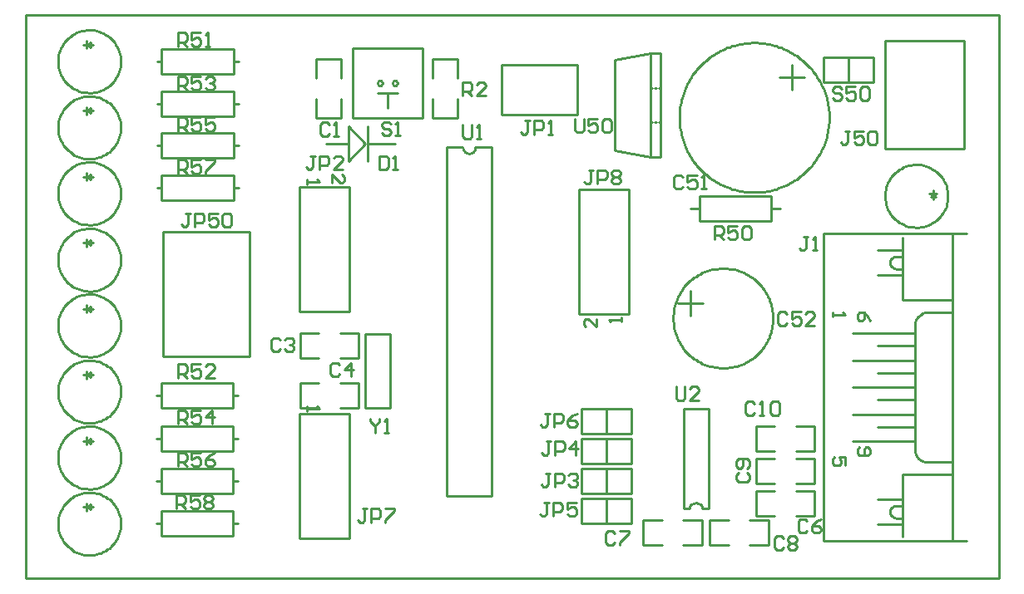
<source format=gto>
%FSLAX23Y23*%
%MOIN*%
G70*
G01*
G75*
%ADD10C,0.015*%
%ADD11O,0.080X0.024*%
%ADD12R,0.120X0.060*%
%ADD13R,0.070X0.070*%
%ADD14R,0.087X0.050*%
%ADD15R,0.083X0.060*%
%ADD16C,0.020*%
%ADD17C,0.016*%
%ADD18C,0.070*%
%ADD19C,0.030*%
%ADD20C,0.040*%
%ADD21C,0.018*%
%ADD22C,0.050*%
%ADD23C,0.080*%
%ADD24C,0.010*%
%ADD25C,0.060*%
%ADD26R,0.060X0.060*%
%ADD27C,0.079*%
%ADD28C,0.079*%
%ADD29C,0.070*%
%ADD30C,0.059*%
%ADD31O,0.060X0.059*%
%ADD32C,0.100*%
%ADD33R,0.100X0.100*%
%ADD34C,0.062*%
%ADD35C,0.197*%
%ADD36R,0.060X0.083*%
%ADD37C,0.012*%
%ADD38C,0.025*%
%ADD39C,0.011*%
D24*
X8531Y6796D02*
Y9056D01*
Y6796D02*
X12371D01*
X8531Y9056D02*
X12371D01*
X8531D02*
X12431D01*
X8531D02*
X12371D01*
X8531Y6796D02*
X12431D01*
X8531D02*
Y9056D01*
X12431Y6796D02*
Y9056D01*
D39*
X11242Y7076D02*
X11240Y7086D01*
X11234Y7094D01*
X11226Y7099D01*
X11217Y7101D01*
X11207Y7099D01*
X11199Y7094D01*
X11193Y7086D01*
X11192Y7076D01*
X10283Y8526D02*
X10284Y8516D01*
X10290Y8508D01*
X10298Y8503D01*
X10308Y8501D01*
X10317Y8503D01*
X10325Y8508D01*
X10331Y8516D01*
X10333Y8526D01*
X9961Y8784D02*
X9956Y8793D01*
X9946D01*
X9941Y8784D01*
X9946Y8775D01*
X9956D01*
X9961Y8784D01*
X10021D02*
X10016Y8793D01*
X10006D01*
X10001Y8784D01*
X10006Y8775D01*
X10016D01*
X10021Y8784D01*
X12145Y7864D02*
X12135Y7863D01*
X12125Y7860D01*
X12117Y7855D01*
X12109Y7849D01*
X12103Y7841D01*
X12098Y7833D01*
X12095Y7823D01*
X12095Y7814D01*
Y7314D02*
X12095Y7304D01*
X12098Y7295D01*
X12103Y7286D01*
X12109Y7278D01*
X12117Y7272D01*
X12125Y7267D01*
X12135Y7265D01*
X12145Y7264D01*
X12020Y8089D02*
X12010Y8087D01*
X12002Y8081D01*
X11996Y8073D01*
X11995Y8064D01*
X11996Y8054D01*
X12002Y8046D01*
X12010Y8041D01*
X12020Y8039D01*
Y7089D02*
X12010Y7087D01*
X12002Y7081D01*
X11996Y7073D01*
X11995Y7064D01*
X11996Y7054D01*
X12002Y7046D01*
X12010Y7041D01*
X12020Y7039D01*
X8912Y7016D02*
X8912Y7026D01*
X8911Y7036D01*
X8909Y7046D01*
X8906Y7055D01*
X8903Y7065D01*
X8898Y7074D01*
X8893Y7083D01*
X8888Y7091D01*
X8882Y7099D01*
X8875Y7106D01*
X8867Y7113D01*
X8859Y7119D01*
X8851Y7124D01*
X8842Y7129D01*
X8833Y7133D01*
X8824Y7136D01*
X8814Y7139D01*
X8804Y7141D01*
X8794Y7142D01*
X8784Y7142D01*
X8774Y7141D01*
X8764Y7140D01*
X8754Y7138D01*
X8745Y7135D01*
X8735Y7131D01*
X8726Y7127D01*
X8718Y7122D01*
X8710Y7116D01*
X8702Y7109D01*
X8695Y7102D01*
X8688Y7095D01*
X8682Y7087D01*
X8677Y7078D01*
X8672Y7069D01*
X8669Y7060D01*
X8665Y7051D01*
X8663Y7041D01*
X8661Y7031D01*
X8661Y7021D01*
Y7011D01*
X8661Y7001D01*
X8663Y6991D01*
X8665Y6981D01*
X8669Y6972D01*
X8672Y6963D01*
X8677Y6954D01*
X8682Y6945D01*
X8688Y6937D01*
X8695Y6930D01*
X8702Y6923D01*
X8710Y6916D01*
X8718Y6910D01*
X8726Y6905D01*
X8735Y6901D01*
X8745Y6897D01*
X8754Y6894D01*
X8764Y6892D01*
X8774Y6891D01*
X8784Y6890D01*
X8794Y6890D01*
X8804Y6891D01*
X8814Y6893D01*
X8824Y6896D01*
X8833Y6899D01*
X8842Y6903D01*
X8851Y6908D01*
X8859Y6913D01*
X8867Y6919D01*
X8875Y6926D01*
X8882Y6933D01*
X8888Y6941D01*
X8893Y6949D01*
X8898Y6958D01*
X8903Y6967D01*
X8906Y6977D01*
X8909Y6986D01*
X8911Y6996D01*
X8912Y7006D01*
X8912Y7016D01*
Y8075D02*
X8912Y8085D01*
X8911Y8095D01*
X8909Y8105D01*
X8906Y8114D01*
X8903Y8124D01*
X8898Y8133D01*
X8893Y8142D01*
X8888Y8150D01*
X8882Y8158D01*
X8875Y8165D01*
X8867Y8172D01*
X8859Y8178D01*
X8851Y8183D01*
X8842Y8188D01*
X8833Y8192D01*
X8824Y8195D01*
X8814Y8198D01*
X8804Y8200D01*
X8794Y8201D01*
X8784Y8201D01*
X8774Y8200D01*
X8764Y8199D01*
X8754Y8197D01*
X8745Y8194D01*
X8735Y8190D01*
X8726Y8186D01*
X8718Y8181D01*
X8710Y8175D01*
X8702Y8168D01*
X8695Y8161D01*
X8688Y8154D01*
X8682Y8146D01*
X8677Y8137D01*
X8672Y8128D01*
X8669Y8119D01*
X8665Y8110D01*
X8663Y8100D01*
X8661Y8090D01*
X8661Y8080D01*
Y8070D01*
X8661Y8060D01*
X8663Y8050D01*
X8665Y8040D01*
X8669Y8031D01*
X8672Y8022D01*
X8677Y8013D01*
X8682Y8004D01*
X8688Y7996D01*
X8695Y7989D01*
X8702Y7982D01*
X8710Y7975D01*
X8718Y7969D01*
X8726Y7964D01*
X8735Y7960D01*
X8745Y7956D01*
X8754Y7953D01*
X8764Y7951D01*
X8774Y7950D01*
X8784Y7949D01*
X8794Y7949D01*
X8804Y7950D01*
X8814Y7952D01*
X8824Y7955D01*
X8833Y7958D01*
X8842Y7962D01*
X8851Y7967D01*
X8859Y7972D01*
X8867Y7978D01*
X8875Y7985D01*
X8882Y7992D01*
X8888Y8000D01*
X8893Y8008D01*
X8898Y8017D01*
X8903Y8026D01*
X8906Y8036D01*
X8909Y8045D01*
X8911Y8055D01*
X8912Y8065D01*
X8912Y8075D01*
Y7281D02*
X8912Y7291D01*
X8911Y7301D01*
X8909Y7311D01*
X8906Y7320D01*
X8903Y7330D01*
X8898Y7339D01*
X8893Y7348D01*
X8888Y7356D01*
X8882Y7364D01*
X8875Y7371D01*
X8867Y7378D01*
X8859Y7384D01*
X8851Y7389D01*
X8842Y7394D01*
X8833Y7398D01*
X8824Y7401D01*
X8814Y7404D01*
X8804Y7406D01*
X8794Y7407D01*
X8784Y7407D01*
X8774Y7406D01*
X8764Y7405D01*
X8754Y7403D01*
X8745Y7400D01*
X8735Y7396D01*
X8726Y7392D01*
X8718Y7387D01*
X8710Y7381D01*
X8702Y7374D01*
X8695Y7367D01*
X8688Y7360D01*
X8682Y7352D01*
X8677Y7343D01*
X8672Y7334D01*
X8669Y7325D01*
X8665Y7316D01*
X8663Y7306D01*
X8661Y7296D01*
X8661Y7286D01*
Y7276D01*
X8661Y7266D01*
X8663Y7256D01*
X8665Y7246D01*
X8669Y7237D01*
X8672Y7228D01*
X8677Y7219D01*
X8682Y7210D01*
X8688Y7202D01*
X8695Y7195D01*
X8702Y7188D01*
X8710Y7181D01*
X8718Y7175D01*
X8726Y7170D01*
X8735Y7166D01*
X8745Y7162D01*
X8754Y7159D01*
X8764Y7157D01*
X8774Y7156D01*
X8784Y7155D01*
X8794Y7155D01*
X8804Y7156D01*
X8814Y7158D01*
X8824Y7161D01*
X8833Y7164D01*
X8842Y7168D01*
X8851Y7173D01*
X8859Y7178D01*
X8867Y7184D01*
X8875Y7191D01*
X8882Y7198D01*
X8888Y7206D01*
X8893Y7214D01*
X8898Y7223D01*
X8903Y7232D01*
X8906Y7242D01*
X8909Y7251D01*
X8911Y7261D01*
X8912Y7271D01*
X8912Y7281D01*
Y8341D02*
X8912Y8351D01*
X8911Y8361D01*
X8909Y8371D01*
X8906Y8380D01*
X8903Y8390D01*
X8898Y8399D01*
X8893Y8408D01*
X8888Y8416D01*
X8882Y8424D01*
X8875Y8431D01*
X8867Y8438D01*
X8859Y8444D01*
X8851Y8449D01*
X8842Y8454D01*
X8833Y8458D01*
X8824Y8461D01*
X8814Y8464D01*
X8804Y8466D01*
X8794Y8467D01*
X8784Y8467D01*
X8774Y8466D01*
X8764Y8465D01*
X8754Y8463D01*
X8745Y8460D01*
X8735Y8456D01*
X8726Y8452D01*
X8718Y8447D01*
X8710Y8441D01*
X8702Y8434D01*
X8695Y8427D01*
X8688Y8420D01*
X8682Y8412D01*
X8677Y8403D01*
X8672Y8394D01*
X8669Y8385D01*
X8665Y8376D01*
X8663Y8366D01*
X8661Y8356D01*
X8661Y8346D01*
Y8336D01*
X8661Y8326D01*
X8663Y8316D01*
X8665Y8306D01*
X8669Y8297D01*
X8672Y8288D01*
X8677Y8279D01*
X8682Y8270D01*
X8688Y8262D01*
X8695Y8255D01*
X8702Y8248D01*
X8710Y8241D01*
X8718Y8235D01*
X8726Y8230D01*
X8735Y8226D01*
X8745Y8222D01*
X8754Y8219D01*
X8764Y8217D01*
X8774Y8216D01*
X8784Y8215D01*
X8794Y8215D01*
X8804Y8216D01*
X8814Y8218D01*
X8824Y8221D01*
X8833Y8224D01*
X8842Y8228D01*
X8851Y8233D01*
X8859Y8238D01*
X8867Y8244D01*
X8875Y8251D01*
X8882Y8258D01*
X8888Y8266D01*
X8893Y8274D01*
X8898Y8283D01*
X8903Y8292D01*
X8906Y8302D01*
X8909Y8311D01*
X8911Y8321D01*
X8912Y8331D01*
X8912Y8341D01*
Y7546D02*
X8912Y7556D01*
X8911Y7566D01*
X8909Y7576D01*
X8906Y7585D01*
X8903Y7595D01*
X8898Y7604D01*
X8893Y7613D01*
X8888Y7621D01*
X8882Y7629D01*
X8875Y7636D01*
X8867Y7643D01*
X8859Y7649D01*
X8851Y7654D01*
X8842Y7659D01*
X8833Y7663D01*
X8824Y7666D01*
X8814Y7669D01*
X8804Y7671D01*
X8794Y7672D01*
X8784Y7672D01*
X8774Y7671D01*
X8764Y7670D01*
X8754Y7668D01*
X8745Y7665D01*
X8735Y7661D01*
X8726Y7657D01*
X8718Y7652D01*
X8710Y7646D01*
X8702Y7639D01*
X8695Y7632D01*
X8688Y7625D01*
X8682Y7617D01*
X8677Y7608D01*
X8672Y7599D01*
X8669Y7590D01*
X8665Y7581D01*
X8663Y7571D01*
X8661Y7561D01*
X8661Y7551D01*
Y7541D01*
X8661Y7531D01*
X8663Y7521D01*
X8665Y7511D01*
X8669Y7502D01*
X8672Y7493D01*
X8677Y7484D01*
X8682Y7475D01*
X8688Y7467D01*
X8695Y7460D01*
X8702Y7453D01*
X8710Y7446D01*
X8718Y7440D01*
X8726Y7435D01*
X8735Y7431D01*
X8745Y7427D01*
X8754Y7424D01*
X8764Y7422D01*
X8774Y7421D01*
X8784Y7420D01*
X8794Y7420D01*
X8804Y7421D01*
X8814Y7423D01*
X8824Y7426D01*
X8833Y7429D01*
X8842Y7433D01*
X8851Y7438D01*
X8859Y7443D01*
X8867Y7449D01*
X8875Y7456D01*
X8882Y7463D01*
X8888Y7471D01*
X8893Y7479D01*
X8898Y7488D01*
X8903Y7497D01*
X8906Y7507D01*
X8909Y7516D01*
X8911Y7526D01*
X8912Y7536D01*
X8912Y7546D01*
Y8606D02*
X8912Y8616D01*
X8911Y8626D01*
X8909Y8636D01*
X8906Y8645D01*
X8903Y8655D01*
X8898Y8664D01*
X8893Y8673D01*
X8888Y8681D01*
X8882Y8689D01*
X8875Y8696D01*
X8867Y8703D01*
X8859Y8709D01*
X8851Y8714D01*
X8842Y8719D01*
X8833Y8723D01*
X8824Y8726D01*
X8814Y8729D01*
X8804Y8731D01*
X8794Y8732D01*
X8784Y8732D01*
X8774Y8731D01*
X8764Y8730D01*
X8754Y8728D01*
X8745Y8725D01*
X8735Y8721D01*
X8726Y8717D01*
X8718Y8712D01*
X8710Y8706D01*
X8702Y8699D01*
X8695Y8692D01*
X8688Y8685D01*
X8682Y8677D01*
X8677Y8668D01*
X8672Y8659D01*
X8669Y8650D01*
X8665Y8641D01*
X8663Y8631D01*
X8661Y8621D01*
X8661Y8611D01*
Y8601D01*
X8661Y8591D01*
X8663Y8581D01*
X8665Y8571D01*
X8669Y8562D01*
X8672Y8553D01*
X8677Y8544D01*
X8682Y8535D01*
X8688Y8527D01*
X8695Y8520D01*
X8702Y8513D01*
X8710Y8506D01*
X8718Y8500D01*
X8726Y8495D01*
X8735Y8491D01*
X8745Y8487D01*
X8754Y8484D01*
X8764Y8482D01*
X8774Y8481D01*
X8784Y8480D01*
X8794Y8480D01*
X8804Y8481D01*
X8814Y8483D01*
X8824Y8486D01*
X8833Y8489D01*
X8842Y8493D01*
X8851Y8498D01*
X8859Y8503D01*
X8867Y8509D01*
X8875Y8516D01*
X8882Y8523D01*
X8888Y8531D01*
X8893Y8539D01*
X8898Y8548D01*
X8903Y8557D01*
X8906Y8567D01*
X8909Y8576D01*
X8911Y8586D01*
X8912Y8596D01*
X8912Y8606D01*
Y7811D02*
X8912Y7821D01*
X8911Y7831D01*
X8909Y7841D01*
X8906Y7850D01*
X8903Y7860D01*
X8898Y7869D01*
X8893Y7878D01*
X8888Y7886D01*
X8882Y7894D01*
X8875Y7901D01*
X8867Y7908D01*
X8859Y7914D01*
X8851Y7919D01*
X8842Y7924D01*
X8833Y7928D01*
X8824Y7931D01*
X8814Y7934D01*
X8804Y7936D01*
X8794Y7937D01*
X8784Y7937D01*
X8774Y7936D01*
X8764Y7935D01*
X8754Y7933D01*
X8745Y7930D01*
X8735Y7926D01*
X8726Y7922D01*
X8718Y7917D01*
X8710Y7911D01*
X8702Y7904D01*
X8695Y7897D01*
X8688Y7890D01*
X8682Y7882D01*
X8677Y7873D01*
X8672Y7864D01*
X8669Y7855D01*
X8665Y7846D01*
X8663Y7836D01*
X8661Y7826D01*
X8661Y7816D01*
Y7806D01*
X8661Y7796D01*
X8663Y7786D01*
X8665Y7776D01*
X8669Y7767D01*
X8672Y7758D01*
X8677Y7749D01*
X8682Y7740D01*
X8688Y7732D01*
X8695Y7725D01*
X8702Y7718D01*
X8710Y7711D01*
X8718Y7705D01*
X8726Y7700D01*
X8735Y7696D01*
X8745Y7692D01*
X8754Y7689D01*
X8764Y7687D01*
X8774Y7686D01*
X8784Y7685D01*
X8794Y7685D01*
X8804Y7686D01*
X8814Y7688D01*
X8824Y7691D01*
X8833Y7694D01*
X8842Y7698D01*
X8851Y7703D01*
X8859Y7708D01*
X8867Y7714D01*
X8875Y7721D01*
X8882Y7728D01*
X8888Y7736D01*
X8893Y7744D01*
X8898Y7753D01*
X8903Y7762D01*
X8906Y7772D01*
X8909Y7781D01*
X8911Y7791D01*
X8912Y7801D01*
X8912Y7811D01*
Y8871D02*
X8912Y8881D01*
X8911Y8891D01*
X8909Y8901D01*
X8906Y8910D01*
X8903Y8920D01*
X8898Y8929D01*
X8893Y8938D01*
X8888Y8946D01*
X8882Y8954D01*
X8875Y8961D01*
X8867Y8968D01*
X8859Y8974D01*
X8851Y8979D01*
X8842Y8984D01*
X8833Y8988D01*
X8824Y8991D01*
X8814Y8994D01*
X8804Y8996D01*
X8794Y8997D01*
X8784Y8997D01*
X8774Y8996D01*
X8764Y8995D01*
X8754Y8993D01*
X8745Y8990D01*
X8735Y8986D01*
X8726Y8982D01*
X8718Y8977D01*
X8710Y8971D01*
X8702Y8964D01*
X8695Y8957D01*
X8688Y8950D01*
X8682Y8942D01*
X8677Y8933D01*
X8672Y8924D01*
X8669Y8915D01*
X8665Y8906D01*
X8663Y8896D01*
X8661Y8886D01*
X8661Y8876D01*
Y8866D01*
X8661Y8856D01*
X8663Y8846D01*
X8665Y8836D01*
X8669Y8827D01*
X8672Y8818D01*
X8677Y8809D01*
X8682Y8800D01*
X8688Y8792D01*
X8695Y8785D01*
X8702Y8778D01*
X8710Y8771D01*
X8718Y8765D01*
X8726Y8760D01*
X8735Y8756D01*
X8745Y8752D01*
X8754Y8749D01*
X8764Y8747D01*
X8774Y8746D01*
X8784Y8745D01*
X8794Y8745D01*
X8804Y8746D01*
X8814Y8748D01*
X8824Y8751D01*
X8833Y8754D01*
X8842Y8758D01*
X8851Y8763D01*
X8859Y8768D01*
X8867Y8774D01*
X8875Y8781D01*
X8882Y8788D01*
X8888Y8796D01*
X8893Y8804D01*
X8898Y8813D01*
X8903Y8822D01*
X8906Y8832D01*
X8909Y8841D01*
X8911Y8851D01*
X8912Y8861D01*
X8912Y8871D01*
X12226Y8331D02*
X12226Y8341D01*
X12225Y8351D01*
X12223Y8361D01*
X12220Y8370D01*
X12217Y8380D01*
X12212Y8389D01*
X12207Y8398D01*
X12202Y8406D01*
X12196Y8414D01*
X12189Y8421D01*
X12181Y8428D01*
X12173Y8434D01*
X12165Y8439D01*
X12156Y8444D01*
X12147Y8448D01*
X12138Y8451D01*
X12128Y8454D01*
X12118Y8456D01*
X12108Y8457D01*
X12098Y8457D01*
X12088Y8456D01*
X12078Y8455D01*
X12068Y8453D01*
X12059Y8450D01*
X12049Y8446D01*
X12040Y8442D01*
X12032Y8437D01*
X12024Y8431D01*
X12016Y8424D01*
X12009Y8417D01*
X12002Y8410D01*
X11996Y8402D01*
X11991Y8393D01*
X11986Y8384D01*
X11983Y8375D01*
X11979Y8366D01*
X11977Y8356D01*
X11975Y8346D01*
X11975Y8336D01*
Y8326D01*
X11975Y8316D01*
X11977Y8306D01*
X11979Y8296D01*
X11983Y8287D01*
X11986Y8278D01*
X11991Y8269D01*
X11996Y8260D01*
X12002Y8252D01*
X12009Y8245D01*
X12016Y8238D01*
X12024Y8231D01*
X12032Y8225D01*
X12040Y8220D01*
X12049Y8216D01*
X12059Y8212D01*
X12068Y8209D01*
X12078Y8207D01*
X12088Y8206D01*
X12098Y8205D01*
X12108Y8205D01*
X12118Y8206D01*
X12128Y8208D01*
X12138Y8211D01*
X12147Y8214D01*
X12156Y8218D01*
X12165Y8223D01*
X12173Y8228D01*
X12181Y8234D01*
X12189Y8241D01*
X12196Y8248D01*
X12202Y8256D01*
X12207Y8264D01*
X12212Y8273D01*
X12217Y8282D01*
X12220Y8292D01*
X12223Y8301D01*
X12225Y8311D01*
X12226Y8321D01*
X12226Y8331D01*
X11526Y7841D02*
X11525Y7851D01*
X11525Y7861D01*
X11523Y7871D01*
X11522Y7881D01*
X11519Y7890D01*
X11517Y7900D01*
X11513Y7909D01*
X11510Y7919D01*
X11506Y7928D01*
X11501Y7937D01*
X11496Y7945D01*
X11491Y7954D01*
X11485Y7962D01*
X11479Y7970D01*
X11472Y7977D01*
X11465Y7984D01*
X11458Y7991D01*
X11450Y7997D01*
X11442Y8003D01*
X11434Y8009D01*
X11426Y8014D01*
X11417Y8019D01*
X11408Y8023D01*
X11399Y8027D01*
X11389Y8031D01*
X11380Y8034D01*
X11370Y8036D01*
X11360Y8038D01*
X11350Y8039D01*
X11340Y8040D01*
X11330Y8041D01*
X11321D01*
X11311Y8040D01*
X11301Y8039D01*
X11291Y8038D01*
X11281Y8036D01*
X11271Y8034D01*
X11262Y8031D01*
X11252Y8027D01*
X11243Y8023D01*
X11234Y8019D01*
X11226Y8014D01*
X11217Y8009D01*
X11209Y8003D01*
X11201Y7997D01*
X11193Y7991D01*
X11186Y7984D01*
X11179Y7977D01*
X11172Y7970D01*
X11166Y7962D01*
X11160Y7954D01*
X11155Y7945D01*
X11150Y7937D01*
X11145Y7928D01*
X11141Y7919D01*
X11138Y7909D01*
X11134Y7900D01*
X11132Y7890D01*
X11129Y7881D01*
X11128Y7871D01*
X11127Y7861D01*
X11126Y7851D01*
X11126Y7841D01*
X11126Y7831D01*
X11127Y7821D01*
X11128Y7811D01*
X11129Y7801D01*
X11132Y7792D01*
X11134Y7782D01*
X11138Y7773D01*
X11141Y7763D01*
X11145Y7754D01*
X11150Y7745D01*
X11155Y7737D01*
X11160Y7728D01*
X11166Y7720D01*
X11172Y7712D01*
X11179Y7705D01*
X11186Y7698D01*
X11193Y7691D01*
X11201Y7685D01*
X11209Y7679D01*
X11217Y7673D01*
X11226Y7668D01*
X11234Y7663D01*
X11243Y7659D01*
X11252Y7655D01*
X11262Y7651D01*
X11271Y7648D01*
X11281Y7646D01*
X11291Y7644D01*
X11301Y7643D01*
X11311Y7642D01*
X11321Y7641D01*
X11330D01*
X11340Y7642D01*
X11350Y7643D01*
X11360Y7644D01*
X11370Y7646D01*
X11380Y7648D01*
X11389Y7651D01*
X11399Y7655D01*
X11408Y7659D01*
X11417Y7663D01*
X11426Y7668D01*
X11434Y7673D01*
X11442Y7679D01*
X11450Y7685D01*
X11458Y7691D01*
X11465Y7698D01*
X11472Y7705D01*
X11479Y7712D01*
X11485Y7720D01*
X11491Y7728D01*
X11496Y7737D01*
X11501Y7745D01*
X11506Y7754D01*
X11510Y7763D01*
X11513Y7773D01*
X11517Y7782D01*
X11519Y7792D01*
X11522Y7801D01*
X11523Y7811D01*
X11525Y7821D01*
X11525Y7831D01*
X11526Y7841D01*
X11751Y8646D02*
X11750Y8656D01*
X11750Y8666D01*
X11749Y8676D01*
X11748Y8686D01*
X11746Y8696D01*
X11744Y8706D01*
X11742Y8716D01*
X11740Y8725D01*
X11737Y8735D01*
X11734Y8744D01*
X11730Y8754D01*
X11727Y8763D01*
X11723Y8772D01*
X11718Y8781D01*
X11714Y8790D01*
X11709Y8799D01*
X11703Y8807D01*
X11698Y8816D01*
X11692Y8824D01*
X11686Y8832D01*
X11680Y8840D01*
X11673Y8847D01*
X11666Y8855D01*
X11659Y8862D01*
X11652Y8869D01*
X11644Y8875D01*
X11636Y8881D01*
X11628Y8888D01*
X11620Y8893D01*
X11612Y8899D01*
X11603Y8904D01*
X11595Y8909D01*
X11586Y8914D01*
X11577Y8918D01*
X11568Y8922D01*
X11558Y8926D01*
X11549Y8929D01*
X11539Y8933D01*
X11530Y8935D01*
X11520Y8938D01*
X11510Y8940D01*
X11500Y8942D01*
X11490Y8943D01*
X11481Y8945D01*
X11471Y8945D01*
X11461Y8946D01*
X11451Y8946D01*
X11440Y8946D01*
X11430Y8945D01*
X11420Y8945D01*
X11411Y8943D01*
X11401Y8942D01*
X11391Y8940D01*
X11381Y8938D01*
X11371Y8935D01*
X11362Y8933D01*
X11352Y8929D01*
X11343Y8926D01*
X11333Y8922D01*
X11324Y8918D01*
X11315Y8914D01*
X11306Y8909D01*
X11298Y8904D01*
X11289Y8899D01*
X11281Y8893D01*
X11273Y8888D01*
X11265Y8881D01*
X11257Y8875D01*
X11249Y8869D01*
X11242Y8862D01*
X11235Y8855D01*
X11228Y8847D01*
X11221Y8840D01*
X11215Y8832D01*
X11209Y8824D01*
X11203Y8816D01*
X11198Y8807D01*
X11192Y8799D01*
X11187Y8790D01*
X11183Y8781D01*
X11178Y8772D01*
X11174Y8763D01*
X11171Y8754D01*
X11167Y8744D01*
X11164Y8735D01*
X11161Y8725D01*
X11159Y8716D01*
X11157Y8706D01*
X11155Y8696D01*
X11153Y8686D01*
X11152Y8676D01*
X11151Y8666D01*
X11151Y8656D01*
X11151Y8646D01*
X11151Y8636D01*
X11151Y8626D01*
X11152Y8616D01*
X11153Y8606D01*
X11155Y8596D01*
X11157Y8586D01*
X11159Y8576D01*
X11161Y8567D01*
X11164Y8557D01*
X11167Y8548D01*
X11171Y8538D01*
X11174Y8529D01*
X11178Y8520D01*
X11183Y8511D01*
X11187Y8502D01*
X11192Y8493D01*
X11198Y8485D01*
X11203Y8476D01*
X11209Y8468D01*
X11215Y8460D01*
X11221Y8452D01*
X11228Y8445D01*
X11235Y8437D01*
X11242Y8430D01*
X11249Y8424D01*
X11257Y8417D01*
X11265Y8411D01*
X11273Y8404D01*
X11281Y8399D01*
X11289Y8393D01*
X11298Y8388D01*
X11306Y8383D01*
X11315Y8378D01*
X11324Y8374D01*
X11333Y8370D01*
X11343Y8366D01*
X11352Y8363D01*
X11362Y8359D01*
X11371Y8357D01*
X11381Y8354D01*
X11391Y8352D01*
X11401Y8350D01*
X11411Y8349D01*
X11420Y8348D01*
X11430Y8347D01*
X11440Y8346D01*
X11451Y8346D01*
X11461Y8346D01*
X11471Y8347D01*
X11481Y8348D01*
X11490Y8349D01*
X11500Y8350D01*
X11510Y8352D01*
X11520Y8354D01*
X11530Y8357D01*
X11539Y8359D01*
X11549Y8363D01*
X11558Y8366D01*
X11568Y8370D01*
X11577Y8374D01*
X11586Y8378D01*
X11595Y8383D01*
X11603Y8388D01*
X11612Y8393D01*
X11620Y8399D01*
X11628Y8404D01*
X11636Y8411D01*
X11644Y8417D01*
X11652Y8424D01*
X11659Y8430D01*
X11666Y8437D01*
X11673Y8445D01*
X11680Y8452D01*
X11686Y8460D01*
X11692Y8468D01*
X11698Y8476D01*
X11703Y8485D01*
X11709Y8493D01*
X11714Y8502D01*
X11718Y8511D01*
X11723Y8520D01*
X11727Y8529D01*
X11730Y8538D01*
X11734Y8548D01*
X11737Y8557D01*
X11740Y8567D01*
X11742Y8576D01*
X11744Y8586D01*
X11746Y8596D01*
X11748Y8606D01*
X11749Y8616D01*
X11750Y8626D01*
X11750Y8636D01*
X11751Y8646D01*
X10948Y7856D02*
Y8356D01*
X10748Y7856D02*
Y8356D01*
Y7856D02*
X10948D01*
X10748Y8356D02*
X10948D01*
X9628Y7866D02*
Y8366D01*
X9828Y7866D02*
Y8366D01*
X9628D02*
X9828D01*
X9628Y7866D02*
X9828D01*
X9893Y7778D02*
X9993D01*
Y7763D02*
Y7778D01*
X9893Y7681D02*
Y7778D01*
X9993Y7681D02*
Y7778D01*
Y7481D02*
Y7681D01*
X9893Y7481D02*
Y7681D01*
Y7481D02*
X9993D01*
X11067Y8629D02*
X11076D01*
X11051D02*
X11059D01*
X11034D02*
X11042D01*
X11034Y8763D02*
X11042D01*
X11051D02*
X11059D01*
X11067D02*
X11076D01*
X11034Y8904D02*
X11076D01*
X10892Y8513D02*
X11034Y8488D01*
X10892Y8513D02*
Y8879D01*
X11034Y8904D01*
Y8488D02*
Y8904D01*
Y8488D02*
X11076D01*
Y8904D01*
X11267Y7076D02*
Y7476D01*
X11167D02*
X11267D01*
X11167Y7076D02*
Y7476D01*
Y7076D02*
X11192D01*
X11242D02*
X11267D01*
X10218Y7126D02*
Y8526D01*
Y7126D02*
X10397D01*
Y8526D01*
X10333D02*
X10397D01*
X10218D02*
X10283D01*
X11827Y8786D02*
Y8886D01*
X11927Y8786D02*
Y8886D01*
X11727Y8786D02*
X11927D01*
X11727D02*
Y8886D01*
X11927D01*
X9981Y8684D02*
Y8744D01*
X9941D02*
X10021D01*
X9841Y8644D02*
X10121D01*
X9841Y8924D02*
X10121D01*
X9841Y8644D02*
Y8924D01*
X10121Y8644D02*
Y8924D01*
X9362Y7018D02*
X9382D01*
X9056D02*
X9074D01*
Y7068D01*
Y6968D02*
Y7018D01*
X9362D02*
Y7068D01*
Y6968D02*
Y7018D01*
X9074Y7068D02*
X9362D01*
X9074Y6968D02*
X9362D01*
X9076Y8314D02*
X9364D01*
X9076Y8414D02*
X9364D01*
Y8314D02*
Y8364D01*
Y8414D01*
X9076Y8314D02*
Y8364D01*
Y8414D01*
X9058Y8364D02*
X9076D01*
X9364D02*
X9384D01*
X9362Y7189D02*
X9382D01*
X9056D02*
X9074D01*
Y7239D01*
Y7139D02*
Y7189D01*
X9362D02*
Y7239D01*
Y7139D02*
Y7189D01*
X9074Y7239D02*
X9362D01*
X9074Y7139D02*
X9362D01*
X9076Y8483D02*
X9364D01*
X9076Y8583D02*
X9364D01*
Y8483D02*
Y8533D01*
Y8583D01*
X9076Y8483D02*
Y8533D01*
Y8583D01*
X9058Y8533D02*
X9076D01*
X9364D02*
X9384D01*
X9362Y7359D02*
X9382D01*
X9056D02*
X9074D01*
Y7409D01*
Y7309D02*
Y7359D01*
X9362D02*
Y7409D01*
Y7309D02*
Y7359D01*
X9074Y7409D02*
X9362D01*
X9074Y7309D02*
X9362D01*
X9076Y8651D02*
X9364D01*
X9076Y8751D02*
X9364D01*
Y8651D02*
Y8701D01*
Y8751D01*
X9076Y8651D02*
Y8701D01*
Y8751D01*
X9058Y8701D02*
X9076D01*
X9364D02*
X9384D01*
X9362Y7530D02*
X9382D01*
X9056D02*
X9074D01*
Y7580D01*
Y7480D02*
Y7530D01*
X9362D02*
Y7580D01*
Y7480D02*
Y7530D01*
X9074Y7580D02*
X9362D01*
X9074Y7480D02*
X9362D01*
X9076Y8820D02*
X9364D01*
X9076Y8920D02*
X9364D01*
Y8820D02*
Y8870D01*
Y8920D01*
X9076Y8820D02*
Y8870D01*
Y8920D01*
X9058Y8870D02*
X9076D01*
X9364D02*
X9384D01*
X11231Y8331D02*
X11519D01*
X11231Y8231D02*
X11519D01*
X11231Y8281D02*
Y8331D01*
Y8231D02*
Y8281D01*
X11519D02*
Y8331D01*
Y8231D02*
Y8281D01*
X11196D02*
X11231D01*
X11519D02*
X11556D01*
X10261Y8805D02*
Y8880D01*
X10161Y8805D02*
Y8880D01*
Y8645D02*
Y8720D01*
X10261Y8645D02*
Y8720D01*
X10161Y8880D02*
X10261D01*
X10161Y8645D02*
X10261D01*
X9082Y7686D02*
X9429D01*
X9082Y8186D02*
X9429D01*
X9082Y7686D02*
Y8186D01*
X9429Y7686D02*
Y8186D01*
X9628Y6956D02*
Y7456D01*
X9828Y6956D02*
Y7456D01*
X9628D02*
X9828D01*
X9628Y6956D02*
X9828D01*
X10858Y7376D02*
Y7476D01*
X10958Y7376D02*
Y7476D01*
X10758Y7376D02*
X10958D01*
X10758D02*
Y7476D01*
X10958D01*
X10858Y7016D02*
Y7116D01*
X10958Y7016D02*
Y7116D01*
X10758Y7016D02*
X10958D01*
X10758D02*
Y7116D01*
X10958D01*
X10858Y7256D02*
Y7356D01*
X10958Y7256D02*
Y7356D01*
X10758Y7256D02*
X10958D01*
X10758D02*
Y7356D01*
X10958D01*
X10858Y7136D02*
Y7236D01*
X10958Y7136D02*
Y7236D01*
X10758Y7136D02*
X10958D01*
X10758D02*
Y7236D01*
X10958D01*
X10439Y8656D02*
Y8856D01*
X10742Y8656D02*
Y8856D01*
X10439Y8656D02*
X10742D01*
X10439Y8856D02*
X10742D01*
X11975Y8954D02*
X12290D01*
X11975Y8521D02*
Y8954D01*
Y8521D02*
X12290D01*
Y8954D01*
X11728Y8180D02*
X12303D01*
X11728Y6947D02*
X12303D01*
X11728D02*
Y8180D01*
X12245Y6947D02*
Y8180D01*
X12145Y7864D02*
X12245D01*
X12095Y7314D02*
Y7814D01*
X12145Y7264D02*
X12245D01*
X12045Y7214D02*
X12245D01*
X12045Y6964D02*
Y7214D01*
Y7914D02*
X12245D01*
X12045D02*
Y8164D01*
X11945Y8114D02*
X12045D01*
X11945Y8014D02*
X12045D01*
X12020Y8089D02*
X12045D01*
X12020Y8039D02*
X12045D01*
X11945Y7114D02*
X12045D01*
X11945Y7014D02*
X12045D01*
X12020Y7089D02*
X12045D01*
X12020Y7039D02*
X12045D01*
X11845Y7780D02*
X12095D01*
X11945Y7730D02*
X12095D01*
X11845Y7672D02*
X12095D01*
X11945Y7622D02*
X12095D01*
X11845Y7564D02*
X12095D01*
X11945Y7514D02*
X12095D01*
X11845Y7455D02*
X12095D01*
X11945Y7405D02*
X12095D01*
X11845Y7347D02*
X12095D01*
X8780Y7084D02*
X8790Y7094D01*
X8780Y7084D02*
X8790Y7074D01*
Y7094D01*
X8775Y7068D02*
Y7099D01*
X8763Y7084D02*
X8780D01*
X8775D02*
X8801D01*
X8775Y8143D02*
X8801D01*
X8763D02*
X8780D01*
X8775Y8127D02*
Y8158D01*
X8790Y8133D02*
Y8153D01*
X8780Y8143D02*
X8790Y8133D01*
X8780Y8143D02*
X8790Y8153D01*
X8780Y7349D02*
X8790Y7359D01*
X8780Y7349D02*
X8790Y7339D01*
Y7359D01*
X8775Y7333D02*
Y7364D01*
X8763Y7349D02*
X8780D01*
X8775D02*
X8801D01*
X8775Y8409D02*
X8801D01*
X8763D02*
X8780D01*
X8775Y8393D02*
Y8424D01*
X8790Y8399D02*
Y8419D01*
X8780Y8409D02*
X8790Y8399D01*
X8780Y8409D02*
X8790Y8419D01*
X8780Y7614D02*
X8790Y7624D01*
X8780Y7614D02*
X8790Y7604D01*
Y7624D01*
X8775Y7598D02*
Y7629D01*
X8763Y7614D02*
X8780D01*
X8775D02*
X8801D01*
X8775Y8674D02*
X8801D01*
X8763D02*
X8780D01*
X8775Y8658D02*
Y8689D01*
X8790Y8664D02*
Y8684D01*
X8780Y8674D02*
X8790Y8664D01*
X8780Y8674D02*
X8790Y8684D01*
X8780Y7879D02*
X8790Y7889D01*
X8780Y7879D02*
X8790Y7869D01*
Y7889D01*
X8775Y7863D02*
Y7894D01*
X8763Y7879D02*
X8780D01*
X8775D02*
X8801D01*
X8780Y8939D02*
X8790Y8949D01*
X8780Y8939D02*
X8790Y8929D01*
Y8949D01*
X8775Y8923D02*
Y8954D01*
X8763Y8939D02*
X8780D01*
X8775D02*
X8801D01*
X12168Y8337D02*
X12178Y8327D01*
X12158D02*
X12168Y8337D01*
X12158Y8327D02*
X12178D01*
X12152Y8342D02*
X12183D01*
X12168Y8337D02*
Y8354D01*
Y8316D02*
Y8342D01*
X9736Y8541D02*
X9824D01*
Y8472D02*
Y8610D01*
X9893Y8541D01*
X9893D02*
X9893D01*
X9824Y8472D02*
X9893Y8541D01*
X9903Y8472D02*
Y8610D01*
Y8541D02*
X10011D01*
X11196Y7851D02*
Y7951D01*
X11146Y7901D02*
X11246D01*
X11601Y8756D02*
Y8856D01*
X11551Y8806D02*
X11651D01*
X11457Y7409D02*
X11532D01*
X11457Y7309D02*
X11532D01*
X11617D02*
X11692D01*
X11617Y7409D02*
X11692D01*
X11457Y7309D02*
Y7409D01*
X11692Y7309D02*
Y7409D01*
X11457Y7277D02*
X11532D01*
X11457Y7177D02*
X11532D01*
X11617D02*
X11692D01*
X11617Y7277D02*
X11692D01*
X11457Y7177D02*
Y7277D01*
X11692Y7177D02*
Y7277D01*
X11433Y6931D02*
X11508D01*
X11433Y7031D02*
X11508D01*
X11273D02*
X11348D01*
X11273Y6931D02*
X11348D01*
X11508D02*
Y7031D01*
X11273Y6931D02*
Y7031D01*
X11240Y6931D02*
Y7031D01*
X11005Y6931D02*
Y7031D01*
X11165D02*
X11240D01*
X11165Y6931D02*
X11240D01*
X11005D02*
X11080D01*
X11005Y7031D02*
X11080D01*
X11617Y7049D02*
X11692D01*
X11617Y7149D02*
X11692D01*
X11457D02*
X11532D01*
X11457Y7049D02*
X11532D01*
X11692D02*
Y7149D01*
X11457Y7049D02*
Y7149D01*
X9631Y7581D02*
X9706D01*
X9631Y7481D02*
X9706D01*
X9791D02*
X9866D01*
X9791Y7581D02*
X9866D01*
X9631Y7481D02*
Y7581D01*
X9866Y7481D02*
Y7581D01*
X9631Y7781D02*
X9706D01*
X9631Y7681D02*
X9706D01*
X9791D02*
X9866D01*
X9791Y7781D02*
X9866D01*
X9631Y7681D02*
Y7781D01*
X9866Y7681D02*
Y7781D01*
X9696Y8645D02*
Y8720D01*
X9796Y8645D02*
Y8720D01*
Y8805D02*
Y8880D01*
X9696Y8805D02*
Y8880D01*
Y8645D02*
X9796D01*
X9696Y8880D02*
X9796D01*
X10805Y8435D02*
X10787D01*
X10796D01*
Y8389D01*
X10787Y8380D01*
X10778D01*
X10769Y8389D01*
X10823Y8380D02*
Y8435D01*
X10851D01*
X10860Y8426D01*
Y8408D01*
X10851Y8398D01*
X10823D01*
X10878Y8426D02*
X10888Y8435D01*
X10906D01*
X10915Y8426D01*
Y8417D01*
X10906Y8408D01*
X10915Y8398D01*
Y8389D01*
X10906Y8380D01*
X10888D01*
X10878Y8389D01*
Y8398D01*
X10888Y8408D01*
X10878Y8417D01*
Y8426D01*
X10888Y8408D02*
X10906D01*
X9691Y8492D02*
X9673D01*
X9682D01*
Y8446D01*
X9673Y8437D01*
X9664D01*
X9655Y8446D01*
X9709Y8437D02*
Y8492D01*
X9737D01*
X9746Y8483D01*
Y8465D01*
X9737Y8455D01*
X9709D01*
X9801Y8437D02*
X9764D01*
X9801Y8474D01*
Y8483D01*
X9792Y8492D01*
X9774D01*
X9764Y8483D01*
X9913Y7436D02*
Y7427D01*
X9931Y7409D01*
X9949Y7427D01*
Y7436D01*
X9931Y7409D02*
Y7381D01*
X9967D02*
X9986D01*
X9977D01*
Y7436D01*
X9967Y7427D01*
X10731Y8641D02*
Y8595D01*
X10740Y8586D01*
X10758D01*
X10767Y8595D01*
Y8641D01*
X10822D02*
X10785D01*
Y8614D01*
X10804Y8623D01*
X10813D01*
X10822Y8614D01*
Y8595D01*
X10813Y8586D01*
X10795D01*
X10785Y8595D01*
X10840Y8632D02*
X10850Y8641D01*
X10868D01*
X10877Y8632D01*
Y8595D01*
X10868Y8586D01*
X10850D01*
X10840Y8595D01*
Y8632D01*
X11137Y7566D02*
Y7520D01*
X11146Y7511D01*
X11164D01*
X11173Y7520D01*
Y7566D01*
X11228Y7511D02*
X11191D01*
X11228Y7548D01*
Y7557D01*
X11219Y7566D01*
X11201D01*
X11191Y7557D01*
X10283Y8617D02*
Y8571D01*
X10292Y8562D01*
X10310D01*
X10319Y8571D01*
Y8617D01*
X10337Y8562D02*
X10356D01*
X10347D01*
Y8617D01*
X10337Y8608D01*
X11801Y8761D02*
X11792Y8770D01*
X11774D01*
X11765Y8761D01*
Y8752D01*
X11774Y8743D01*
X11792D01*
X11801Y8733D01*
Y8724D01*
X11792Y8715D01*
X11774D01*
X11765Y8724D01*
X11856Y8770D02*
X11819D01*
Y8743D01*
X11838Y8752D01*
X11847D01*
X11856Y8743D01*
Y8724D01*
X11847Y8715D01*
X11829D01*
X11819Y8724D01*
X11874Y8761D02*
X11884Y8770D01*
X11902D01*
X11911Y8761D01*
Y8724D01*
X11902Y8715D01*
X11884D01*
X11874Y8724D01*
Y8761D01*
X9995Y8620D02*
X9986Y8629D01*
X9968D01*
X9959Y8620D01*
Y8611D01*
X9968Y8602D01*
X9986D01*
X9995Y8592D01*
Y8583D01*
X9986Y8574D01*
X9968D01*
X9959Y8583D01*
X10013Y8574D02*
X10032D01*
X10023D01*
Y8629D01*
X10013Y8620D01*
X9136Y7076D02*
Y7131D01*
X9163D01*
X9172Y7122D01*
Y7104D01*
X9163Y7094D01*
X9136D01*
X9154D02*
X9172Y7076D01*
X9227Y7131D02*
X9190D01*
Y7104D01*
X9209Y7113D01*
X9218D01*
X9227Y7104D01*
Y7085D01*
X9218Y7076D01*
X9200D01*
X9190Y7085D01*
X9245Y7122D02*
X9255Y7131D01*
X9273D01*
X9282Y7122D01*
Y7113D01*
X9273Y7104D01*
X9282Y7094D01*
Y7085D01*
X9273Y7076D01*
X9255D01*
X9245Y7085D01*
Y7094D01*
X9255Y7104D01*
X9245Y7113D01*
Y7122D01*
X9255Y7104D02*
X9273D01*
X9142Y8421D02*
Y8476D01*
X9169D01*
X9178Y8467D01*
Y8449D01*
X9169Y8439D01*
X9142D01*
X9160D02*
X9178Y8421D01*
X9233Y8476D02*
X9196D01*
Y8449D01*
X9215Y8458D01*
X9224D01*
X9233Y8449D01*
Y8430D01*
X9224Y8421D01*
X9206D01*
X9196Y8430D01*
X9251Y8476D02*
X9288D01*
Y8467D01*
X9251Y8430D01*
Y8421D01*
X9141Y7246D02*
Y7301D01*
X9168D01*
X9177Y7292D01*
Y7274D01*
X9168Y7264D01*
X9141D01*
X9159D02*
X9177Y7246D01*
X9232Y7301D02*
X9195D01*
Y7274D01*
X9214Y7283D01*
X9223D01*
X9232Y7274D01*
Y7255D01*
X9223Y7246D01*
X9205D01*
X9195Y7255D01*
X9287Y7301D02*
X9269Y7292D01*
X9250Y7274D01*
Y7255D01*
X9260Y7246D01*
X9278D01*
X9287Y7255D01*
Y7264D01*
X9278Y7274D01*
X9250D01*
X9142Y8591D02*
Y8646D01*
X9169D01*
X9178Y8637D01*
Y8619D01*
X9169Y8609D01*
X9142D01*
X9160D02*
X9178Y8591D01*
X9233Y8646D02*
X9196D01*
Y8619D01*
X9215Y8628D01*
X9224D01*
X9233Y8619D01*
Y8600D01*
X9224Y8591D01*
X9206D01*
X9196Y8600D01*
X9288Y8646D02*
X9251D01*
Y8619D01*
X9270Y8628D01*
X9279D01*
X9288Y8619D01*
Y8600D01*
X9279Y8591D01*
X9261D01*
X9251Y8600D01*
X9142Y7416D02*
Y7471D01*
X9169D01*
X9178Y7462D01*
Y7444D01*
X9169Y7434D01*
X9142D01*
X9160D02*
X9178Y7416D01*
X9233Y7471D02*
X9196D01*
Y7444D01*
X9215Y7453D01*
X9224D01*
X9233Y7444D01*
Y7425D01*
X9224Y7416D01*
X9206D01*
X9196Y7425D01*
X9279Y7416D02*
Y7471D01*
X9251Y7444D01*
X9288D01*
X9141Y8756D02*
Y8811D01*
X9168D01*
X9177Y8802D01*
Y8784D01*
X9168Y8774D01*
X9141D01*
X9159D02*
X9177Y8756D01*
X9232Y8811D02*
X9195D01*
Y8784D01*
X9214Y8793D01*
X9223D01*
X9232Y8784D01*
Y8765D01*
X9223Y8756D01*
X9205D01*
X9195Y8765D01*
X9250Y8802D02*
X9260Y8811D01*
X9278D01*
X9287Y8802D01*
Y8793D01*
X9278Y8784D01*
X9269D01*
X9278D01*
X9287Y8774D01*
Y8765D01*
X9278Y8756D01*
X9260D01*
X9250Y8765D01*
X9142Y7601D02*
Y7656D01*
X9169D01*
X9178Y7647D01*
Y7629D01*
X9169Y7619D01*
X9142D01*
X9160D02*
X9178Y7601D01*
X9233Y7656D02*
X9196D01*
Y7629D01*
X9215Y7638D01*
X9224D01*
X9233Y7629D01*
Y7610D01*
X9224Y7601D01*
X9206D01*
X9196Y7610D01*
X9288Y7601D02*
X9251D01*
X9288Y7638D01*
Y7647D01*
X9279Y7656D01*
X9261D01*
X9251Y7647D01*
X9141Y8931D02*
Y8986D01*
X9168D01*
X9177Y8977D01*
Y8959D01*
X9168Y8949D01*
X9141D01*
X9159D02*
X9177Y8931D01*
X9232Y8986D02*
X9195D01*
Y8959D01*
X9214Y8968D01*
X9223D01*
X9232Y8959D01*
Y8940D01*
X9223Y8931D01*
X9205D01*
X9195Y8940D01*
X9250Y8931D02*
X9269D01*
X9260D01*
Y8986D01*
X9250Y8977D01*
X11291Y8156D02*
Y8211D01*
X11318D01*
X11327Y8202D01*
Y8184D01*
X11318Y8174D01*
X11291D01*
X11309D02*
X11327Y8156D01*
X11382Y8211D02*
X11345D01*
Y8184D01*
X11364Y8193D01*
X11373D01*
X11382Y8184D01*
Y8165D01*
X11373Y8156D01*
X11355D01*
X11345Y8165D01*
X11400Y8202D02*
X11410Y8211D01*
X11428D01*
X11437Y8202D01*
Y8165D01*
X11428Y8156D01*
X11410D01*
X11400Y8165D01*
Y8202D01*
X10283Y8733D02*
Y8788D01*
X10310D01*
X10319Y8779D01*
Y8761D01*
X10310Y8751D01*
X10283D01*
X10301D02*
X10319Y8733D01*
X10374D02*
X10337D01*
X10374Y8770D01*
Y8779D01*
X10365Y8788D01*
X10347D01*
X10337Y8779D01*
X9191Y8262D02*
X9173D01*
X9182D01*
Y8216D01*
X9173Y8207D01*
X9164D01*
X9155Y8216D01*
X9209Y8207D02*
Y8262D01*
X9237D01*
X9246Y8253D01*
Y8235D01*
X9237Y8225D01*
X9209D01*
X9301Y8262D02*
X9264D01*
Y8235D01*
X9283Y8244D01*
X9292D01*
X9301Y8235D01*
Y8216D01*
X9292Y8207D01*
X9274D01*
X9264Y8216D01*
X9319Y8253D02*
X9329Y8262D01*
X9347D01*
X9356Y8253D01*
Y8216D01*
X9347Y8207D01*
X9329D01*
X9319Y8216D01*
Y8253D01*
X9898Y7076D02*
X9880D01*
X9889D01*
Y7030D01*
X9880Y7021D01*
X9871D01*
X9862Y7030D01*
X9916Y7021D02*
Y7076D01*
X9944D01*
X9953Y7067D01*
Y7049D01*
X9944Y7039D01*
X9916D01*
X9971Y7076D02*
X10008D01*
Y7067D01*
X9971Y7030D01*
Y7021D01*
X10630Y7459D02*
X10612D01*
X10621D01*
Y7413D01*
X10612Y7404D01*
X10603D01*
X10594Y7413D01*
X10648Y7404D02*
Y7459D01*
X10676D01*
X10685Y7450D01*
Y7432D01*
X10676Y7422D01*
X10648D01*
X10740Y7459D02*
X10722Y7450D01*
X10703Y7432D01*
Y7413D01*
X10713Y7404D01*
X10731D01*
X10740Y7413D01*
Y7422D01*
X10731Y7432D01*
X10703D01*
X10627Y7101D02*
X10609D01*
X10618D01*
Y7055D01*
X10609Y7046D01*
X10600D01*
X10591Y7055D01*
X10645Y7046D02*
Y7101D01*
X10673D01*
X10682Y7092D01*
Y7074D01*
X10673Y7064D01*
X10645D01*
X10737Y7101D02*
X10700D01*
Y7074D01*
X10719Y7083D01*
X10728D01*
X10737Y7074D01*
Y7055D01*
X10728Y7046D01*
X10710D01*
X10700Y7055D01*
X10635Y7346D02*
X10617D01*
X10626D01*
Y7300D01*
X10617Y7291D01*
X10608D01*
X10599Y7300D01*
X10653Y7291D02*
Y7346D01*
X10681D01*
X10690Y7337D01*
Y7319D01*
X10681Y7309D01*
X10653D01*
X10736Y7291D02*
Y7346D01*
X10708Y7319D01*
X10745D01*
X10633Y7219D02*
X10615D01*
X10624D01*
Y7173D01*
X10615Y7164D01*
X10606D01*
X10597Y7173D01*
X10651Y7164D02*
Y7219D01*
X10679D01*
X10688Y7210D01*
Y7192D01*
X10679Y7182D01*
X10651D01*
X10706Y7210D02*
X10716Y7219D01*
X10734D01*
X10743Y7210D01*
Y7201D01*
X10734Y7192D01*
X10725D01*
X10734D01*
X10743Y7182D01*
Y7173D01*
X10734Y7164D01*
X10716D01*
X10706Y7173D01*
X10551Y8634D02*
X10533D01*
X10542D01*
Y8588D01*
X10533Y8579D01*
X10524D01*
X10515Y8588D01*
X10569Y8579D02*
Y8634D01*
X10597D01*
X10606Y8625D01*
Y8607D01*
X10597Y8597D01*
X10569D01*
X10624Y8579D02*
X10643D01*
X10634D01*
Y8634D01*
X10624Y8625D01*
X11833Y8592D02*
X11815D01*
X11824D01*
Y8546D01*
X11815Y8537D01*
X11806D01*
X11797Y8546D01*
X11888Y8592D02*
X11851D01*
Y8565D01*
X11870Y8574D01*
X11879D01*
X11888Y8565D01*
Y8546D01*
X11879Y8537D01*
X11861D01*
X11851Y8546D01*
X11906Y8583D02*
X11916Y8592D01*
X11934D01*
X11943Y8583D01*
Y8546D01*
X11934Y8537D01*
X11916D01*
X11906Y8546D01*
Y8583D01*
X11666Y8168D02*
X11648D01*
X11657D01*
Y8122D01*
X11648Y8113D01*
X11639D01*
X11630Y8122D01*
X11684Y8113D02*
X11703D01*
X11694D01*
Y8168D01*
X11684Y8159D01*
X9949Y8492D02*
Y8437D01*
X9976D01*
X9985Y8446D01*
Y8483D01*
X9976Y8492D01*
X9949D01*
X10003Y8437D02*
X10022D01*
X10013D01*
Y8492D01*
X10003Y8483D01*
X11582Y7857D02*
X11573Y7866D01*
X11555D01*
X11546Y7857D01*
Y7820D01*
X11555Y7811D01*
X11573D01*
X11582Y7820D01*
X11637Y7866D02*
X11600D01*
Y7839D01*
X11619Y7848D01*
X11628D01*
X11637Y7839D01*
Y7820D01*
X11628Y7811D01*
X11610D01*
X11600Y7820D01*
X11692Y7811D02*
X11655D01*
X11692Y7848D01*
Y7857D01*
X11683Y7866D01*
X11665D01*
X11655Y7857D01*
X11165Y8406D02*
X11156Y8415D01*
X11138D01*
X11129Y8406D01*
Y8369D01*
X11138Y8360D01*
X11156D01*
X11165Y8369D01*
X11220Y8415D02*
X11183D01*
Y8388D01*
X11202Y8397D01*
X11211D01*
X11220Y8388D01*
Y8369D01*
X11211Y8360D01*
X11193D01*
X11183Y8369D01*
X11238Y8360D02*
X11257D01*
X11248D01*
Y8415D01*
X11238Y8406D01*
X11452Y7497D02*
X11443Y7506D01*
X11425D01*
X11416Y7497D01*
Y7460D01*
X11425Y7451D01*
X11443D01*
X11452Y7460D01*
X11470Y7451D02*
X11489D01*
X11480D01*
Y7506D01*
X11470Y7497D01*
X11516D02*
X11525Y7506D01*
X11544D01*
X11553Y7497D01*
Y7460D01*
X11544Y7451D01*
X11525D01*
X11516Y7460D01*
Y7497D01*
X11387Y7221D02*
X11378Y7212D01*
Y7193D01*
X11387Y7184D01*
X11423D01*
X11433Y7193D01*
Y7212D01*
X11423Y7221D01*
Y7239D02*
X11433Y7248D01*
Y7266D01*
X11423Y7276D01*
X11387D01*
X11378Y7266D01*
Y7248D01*
X11387Y7239D01*
X11396D01*
X11405Y7248D01*
Y7276D01*
X11567Y6957D02*
X11558Y6966D01*
X11540D01*
X11531Y6957D01*
Y6920D01*
X11540Y6911D01*
X11558D01*
X11567Y6920D01*
X11585Y6957D02*
X11595Y6966D01*
X11613D01*
X11622Y6957D01*
Y6948D01*
X11613Y6939D01*
X11622Y6929D01*
Y6920D01*
X11613Y6911D01*
X11595D01*
X11585Y6920D01*
Y6929D01*
X11595Y6939D01*
X11585Y6948D01*
Y6957D01*
X11595Y6939D02*
X11613D01*
X10892Y6977D02*
X10883Y6986D01*
X10865D01*
X10856Y6977D01*
Y6940D01*
X10865Y6931D01*
X10883D01*
X10892Y6940D01*
X10910Y6986D02*
X10947D01*
Y6977D01*
X10910Y6940D01*
Y6931D01*
X11663Y7026D02*
X11654Y7035D01*
X11636D01*
X11627Y7026D01*
Y6989D01*
X11636Y6980D01*
X11654D01*
X11663Y6989D01*
X11718Y7035D02*
X11700Y7026D01*
X11681Y7008D01*
Y6989D01*
X11691Y6980D01*
X11709D01*
X11718Y6989D01*
Y6998D01*
X11709Y7008D01*
X11681D01*
X9789Y7653D02*
X9780Y7662D01*
X9762D01*
X9753Y7653D01*
Y7616D01*
X9762Y7607D01*
X9780D01*
X9789Y7616D01*
X9835Y7607D02*
Y7662D01*
X9807Y7635D01*
X9844D01*
X9551Y7753D02*
X9542Y7762D01*
X9524D01*
X9515Y7753D01*
Y7716D01*
X9524Y7707D01*
X9542D01*
X9551Y7716D01*
X9569Y7753D02*
X9579Y7762D01*
X9597D01*
X9606Y7753D01*
Y7744D01*
X9597Y7735D01*
X9588D01*
X9597D01*
X9606Y7725D01*
Y7716D01*
X9597Y7707D01*
X9579D01*
X9569Y7716D01*
X9747Y8617D02*
X9738Y8626D01*
X9720D01*
X9711Y8617D01*
Y8580D01*
X9720Y8571D01*
X9738D01*
X9747Y8580D01*
X9765Y8571D02*
X9784D01*
X9775D01*
Y8626D01*
X9765Y8617D01*
X10918Y7826D02*
Y7843D01*
Y7834D01*
X10868D01*
X10876Y7826D01*
X10818Y7839D02*
Y7806D01*
X10784Y7839D01*
X10776D01*
X10768Y7831D01*
Y7814D01*
X10776Y7806D01*
X9658Y8396D02*
Y8379D01*
Y8388D01*
X9707D01*
X9699Y8396D01*
X9758Y8383D02*
Y8416D01*
X9791Y8383D01*
X9799D01*
X9807Y8391D01*
Y8408D01*
X9799Y8416D01*
X9658Y7486D02*
Y7469D01*
Y7478D01*
X9707D01*
X9699Y7486D01*
X11914Y7830D02*
X11906Y7847D01*
X11890Y7864D01*
X11873D01*
X11865Y7855D01*
Y7839D01*
X11873Y7830D01*
X11881D01*
X11890Y7839D01*
Y7864D01*
X11765D02*
Y7847D01*
Y7855D01*
X11814D01*
X11806Y7864D01*
X11814Y7250D02*
Y7284D01*
X11790D01*
X11798Y7267D01*
Y7259D01*
X11790Y7250D01*
X11773D01*
X11765Y7259D01*
Y7275D01*
X11773Y7284D01*
X11873Y7324D02*
X11865Y7315D01*
Y7299D01*
X11873Y7290D01*
X11906D01*
X11914Y7299D01*
Y7315D01*
X11906Y7324D01*
X11898D01*
X11890Y7315D01*
Y7290D01*
M02*

</source>
